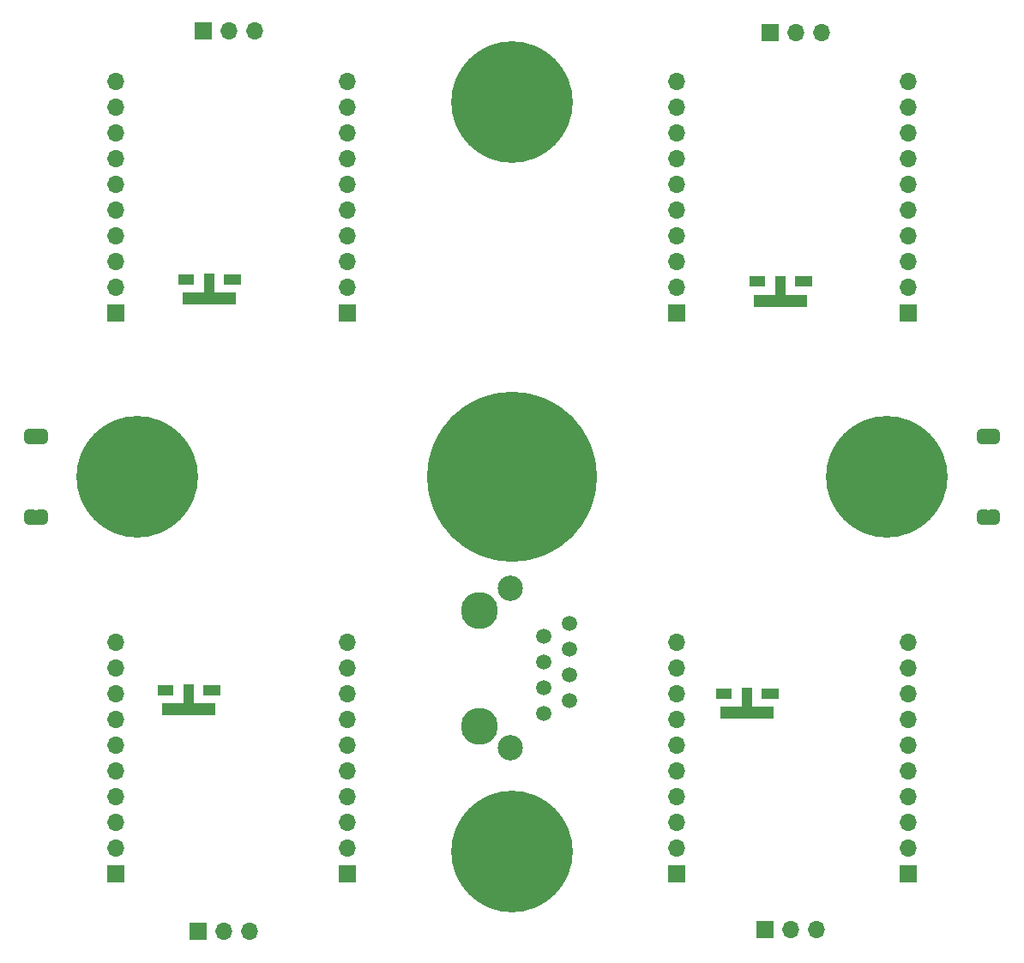
<source format=gbr>
%TF.GenerationSoftware,KiCad,Pcbnew,9.0.2*%
%TF.CreationDate,2025-05-19T01:06:40-04:00*%
%TF.ProjectId,quad_sipm_mmcx_9.1,71756164-5f73-4697-906d-5f6d6d63785f,10*%
%TF.SameCoordinates,Original*%
%TF.FileFunction,Soldermask,Top*%
%TF.FilePolarity,Negative*%
%FSLAX46Y46*%
G04 Gerber Fmt 4.6, Leading zero omitted, Abs format (unit mm)*
G04 Created by KiCad (PCBNEW 9.0.2) date 2025-05-19 01:06:40*
%MOMM*%
%LPD*%
G01*
G04 APERTURE LIST*
G04 Aperture macros list*
%AMFreePoly0*
4,1,23,0.500000,-0.750000,0.000000,-0.750000,0.000000,-0.745722,-0.065263,-0.745722,-0.191342,-0.711940,-0.304381,-0.646677,-0.396677,-0.554381,-0.461940,-0.441342,-0.495722,-0.315263,-0.495722,-0.250000,-0.500000,-0.250000,-0.500000,0.250000,-0.495722,0.250000,-0.495722,0.315263,-0.461940,0.441342,-0.396677,0.554381,-0.304381,0.646677,-0.191342,0.711940,-0.065263,0.745722,0.000000,0.745722,
0.000000,0.750000,0.500000,0.750000,0.500000,-0.750000,0.500000,-0.750000,$1*%
%AMFreePoly1*
4,1,23,0.000000,0.745722,0.065263,0.745722,0.191342,0.711940,0.304381,0.646677,0.396677,0.554381,0.461940,0.441342,0.495722,0.315263,0.495722,0.250000,0.500000,0.250000,0.500000,-0.250000,0.495722,-0.250000,0.495722,-0.315263,0.461940,-0.441342,0.396677,-0.554381,0.304381,-0.646677,0.191342,-0.711940,0.065263,-0.745722,0.000000,-0.745722,0.000000,-0.750000,-0.500000,-0.750000,
-0.500000,0.750000,0.000000,0.750000,0.000000,0.745722,0.000000,0.745722,$1*%
%AMFreePoly2*
4,1,5,0.508000,-1.498600,-0.508000,-1.498600,-0.508000,1.498600,0.508000,1.498600,0.508000,-1.498600,0.508000,-1.498600,$1*%
G04 Aperture macros list end*
%ADD10C,16.800000*%
%ADD11C,12.000000*%
%ADD12FreePoly0,0.000000*%
%ADD13FreePoly1,0.000000*%
%ADD14R,1.700000X1.700000*%
%ADD15O,1.700000X1.700000*%
%ADD16R,1.625600X1.108800*%
%ADD17R,1.727200X1.117600*%
%ADD18R,5.207000X1.143000*%
%ADD19FreePoly2,0.000000*%
%ADD20FreePoly0,180.000000*%
%ADD21FreePoly1,180.000000*%
%ADD22C,3.650000*%
%ADD23C,1.500000*%
%ADD24C,2.500000*%
G04 APERTURE END LIST*
%TO.C,JP3*%
G36*
X146850000Y-95250000D02*
G01*
X147150000Y-95250000D01*
X147150000Y-96750000D01*
X146850000Y-96750000D01*
X146850000Y-95250000D01*
G37*
%TO.C,JP1*%
G36*
X146850000Y-103250000D02*
G01*
X147150000Y-103250000D01*
X147150000Y-104750000D01*
X146850000Y-104750000D01*
X146850000Y-103250000D01*
G37*
%TO.C,JP2*%
G36*
X53150000Y-104750000D02*
G01*
X52850000Y-104750000D01*
X52850000Y-103250000D01*
X53150000Y-103250000D01*
X53150000Y-104750000D01*
G37*
%TO.C,JP4*%
G36*
X53150000Y-96750000D02*
G01*
X52850000Y-96750000D01*
X52850000Y-95250000D01*
X53150000Y-95250000D01*
X53150000Y-96750000D01*
G37*
%TD*%
D10*
%TO.C,H2*%
X100000000Y-100000000D03*
%TD*%
D11*
%TO.C,H3*%
X100000000Y-137000000D03*
%TD*%
%TO.C,H4*%
X137000000Y-100000000D03*
%TD*%
%TO.C,H5*%
X63000000Y-100000000D03*
%TD*%
%TO.C,H1*%
X100000000Y-63000000D03*
%TD*%
D12*
%TO.C,JP3*%
X146350000Y-96000000D03*
D13*
X147650000Y-96000000D03*
%TD*%
D14*
%TO.C,J22*%
X83774000Y-139192000D03*
D15*
X83774000Y-136652000D03*
X83774000Y-134112000D03*
X83774000Y-131572000D03*
X83774000Y-126492000D03*
X83774000Y-123952000D03*
X83774000Y-121412000D03*
X83774000Y-118872000D03*
X83774000Y-116332000D03*
D14*
X60914000Y-139192000D03*
D15*
X60914000Y-136652000D03*
X60914000Y-134112000D03*
X60914000Y-131572000D03*
X60914000Y-126492000D03*
X60914000Y-121412000D03*
X60914000Y-118872000D03*
X60914000Y-116332000D03*
X60914000Y-129032000D03*
X60914000Y-123952000D03*
X83774000Y-129032000D03*
%TD*%
D12*
%TO.C,JP1*%
X146350000Y-104000000D03*
D13*
X147650000Y-104000000D03*
%TD*%
D14*
%TO.C,J23*%
X139146000Y-139192000D03*
D15*
X139146000Y-136652000D03*
X139146000Y-134112000D03*
X139146000Y-131572000D03*
X139146000Y-126492000D03*
X139146000Y-123952000D03*
X139146000Y-121412000D03*
X139146000Y-118872000D03*
X139146000Y-116332000D03*
D14*
X116286000Y-139192000D03*
D15*
X116286000Y-136652000D03*
X116286000Y-134112000D03*
X116286000Y-131572000D03*
X116286000Y-126492000D03*
X116286000Y-121412000D03*
X116286000Y-118872000D03*
X116286000Y-116332000D03*
X116286000Y-129032000D03*
X116286000Y-123952000D03*
X139146000Y-129032000D03*
%TD*%
D14*
%TO.C,J24*%
X139146000Y-83820000D03*
D15*
X139146000Y-81280000D03*
X139146000Y-78740000D03*
X139146000Y-76200000D03*
X139146000Y-71120000D03*
X139146000Y-68580000D03*
X139146000Y-66040000D03*
X139146000Y-63500000D03*
X139146000Y-60960000D03*
D14*
X116286000Y-83820000D03*
D15*
X116286000Y-81280000D03*
X116286000Y-78740000D03*
X116286000Y-76200000D03*
X116286000Y-71120000D03*
X116286000Y-66040000D03*
X116286000Y-63500000D03*
X116286000Y-60960000D03*
X116286000Y-73660000D03*
X116286000Y-68580000D03*
X139146000Y-73660000D03*
%TD*%
D16*
%TO.C,U4*%
X67818000Y-80513600D03*
D17*
X72390000Y-80518000D03*
D18*
X70091300Y-82410300D03*
D19*
X70104000Y-81457800D03*
%TD*%
D14*
%TO.C,J13*%
X125000000Y-144670000D03*
D15*
X127540000Y-144670000D03*
X130080000Y-144670000D03*
%TD*%
D20*
%TO.C,JP2*%
X53650000Y-104000000D03*
D21*
X52350000Y-104000000D03*
%TD*%
D16*
%TO.C,U1*%
X65798700Y-121039300D03*
D17*
X70370700Y-121043700D03*
D18*
X68072000Y-122936000D03*
D19*
X68084700Y-121983500D03*
%TD*%
D14*
%TO.C,J15*%
X125500000Y-56120000D03*
D15*
X128040000Y-56120000D03*
X130580000Y-56120000D03*
%TD*%
D16*
%TO.C,U2*%
X120904000Y-121412000D03*
D17*
X125476000Y-121416400D03*
D18*
X123177300Y-123308700D03*
D19*
X123190000Y-122356200D03*
%TD*%
D14*
%TO.C,J14*%
X68975000Y-144880000D03*
D15*
X71515000Y-144880000D03*
X74055000Y-144880000D03*
%TD*%
D14*
%TO.C,J16*%
X69500000Y-56000000D03*
D15*
X72040000Y-56000000D03*
X74580000Y-56000000D03*
%TD*%
D20*
%TO.C,JP4*%
X53650000Y-96000000D03*
D21*
X52350000Y-96000000D03*
%TD*%
D14*
%TO.C,J25*%
X83774000Y-83820000D03*
D15*
X83774000Y-81280000D03*
X83774000Y-78740000D03*
X83774000Y-76200000D03*
X83774000Y-71120000D03*
X83774000Y-68580000D03*
X83774000Y-66040000D03*
X83774000Y-63500000D03*
X83774000Y-60960000D03*
D14*
X60914000Y-83820000D03*
D15*
X60914000Y-81280000D03*
X60914000Y-78740000D03*
X60914000Y-76200000D03*
X60914000Y-71120000D03*
X60914000Y-66040000D03*
X60914000Y-63500000D03*
X60914000Y-60960000D03*
X60914000Y-73660000D03*
X60914000Y-68580000D03*
X83774000Y-73660000D03*
%TD*%
D16*
%TO.C,U3*%
X124201200Y-80716800D03*
D17*
X128773200Y-80721200D03*
D18*
X126474500Y-82613500D03*
D19*
X126487200Y-81661000D03*
%TD*%
D22*
%TO.C,J21*%
X96800000Y-124590000D03*
X96800000Y-113160000D03*
D23*
X103150000Y-123320000D03*
X105690000Y-122050000D03*
X103150000Y-120780000D03*
X105690000Y-119510000D03*
X103150000Y-118240000D03*
X105690000Y-116970000D03*
X103150000Y-115700000D03*
X105690000Y-114430000D03*
D24*
X99850000Y-126750000D03*
X99850000Y-111000000D03*
%TD*%
M02*

</source>
